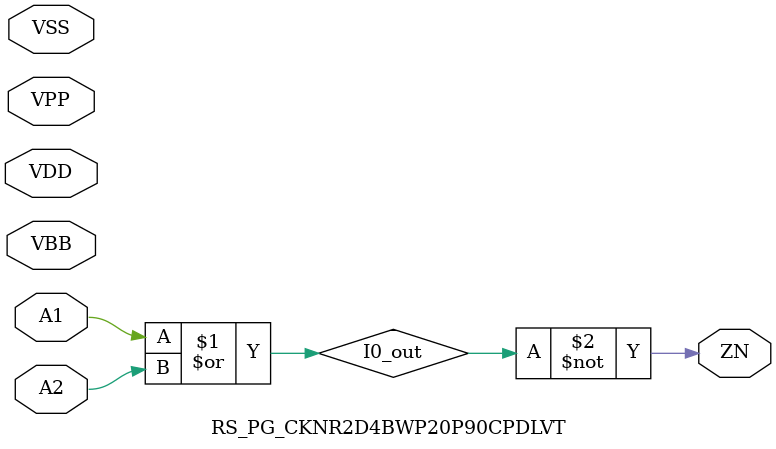
<source format=v>
`timescale 1ns / 1ps

module phase_gen_4_8( RESETB, clk, d41_d80, o_ph_clk, DGND, DVDD );
    // Port declarations
    input RESETB;
    input clk;
    input d41_d80;
    output [7:0]  o_ph_clk;
    inout DGND;
    inout DVDD;
    // Net declarations
    wire  RSTB;
    wire  d41d80i;
    wire  net1;
    wire  net2;
    wire  net3;
    wire  [0:1] net4;
    wire  net5;
    wire  [3:0] phi;
    wire  str;
supply1 DVDD_i ;
supply0 DGND_i ;
    RS_CKND4BWP20P90CPDLVT  I34( clk, net1, DVDD_i, DGND_i, DVDD_i, DGND_i );
    RS_CKND4BWP20P90CPDLVT  I35( net1, net2, DVDD_i, DGND_i, DVDD_i, DGND_i );
    RS_INVD3BWP20P90CPDLVT  I36( net5, RSTB, DVDD_i, DGND_i, DVDD_i, DGND_i );
    RS_MUX2D1BWP20P90CPDLVT  I45( phi[3], phi[1], d41d80i, net3, DVDD_i, DGND_i, DVDD_i, DGND_i );
// DFCNQD2_TSPC_LVT<= DFCNQD2BWP20P90CPDLVT
    RS_DFCNQD2BWP20P90CPDLVT  I24( str, net2, RSTB, phi[0], DVDD_i, DGND_i, DVDD_i, DGND_i );
    RS_DFCNQD2BWP20P90CPDLVT  I28( phi[1], net2, RSTB, phi[2], DVDD_i, DGND_i, DVDD_i, DGND_i );
    RS_DFCNQD2BWP20P90CPDLVT  I50( phi[0], net1, RSTB, phi[1], DVDD_i, DGND_i, DVDD_i, DGND_i );
    RS_DFCNQD2BWP20P90CPDLVT  I51( phi[2], net1, RSTB, phi[3], DVDD_i, DGND_i, DVDD_i, DGND_i );
    RS_PG_CKNR2D4BWP20P90CPDLVT  I57[3:0]( {d41d80i, d41d80i, d41d80i, d41d80i}, phi,
        o_ph_clk[7:4], {DVDD_i, DVDD_i, DVDD_i, DVDD_i}, {DGND_i, DGND_i, DGND_i, DGND_i},
        {DVDD_i, DVDD_i, DVDD_i, DVDD_i}, {DGND_i, DGND_i, DGND_i, DGND_i} );
    RS_PG_BUFFD4BWP20P90CPDLVT  I48[3:0]( phi, o_ph_clk[3:0], {DVDD_i, DVDD_i, DVDD_i, DVDD_i}
        , {DGND_i, DGND_i, DGND_i, DGND_i}, {DVDD_i, DVDD_i, DVDD_i, DVDD_i}, {DGND_i, DGND_i, DGND_i,
        DGND_i} );
    RS_BUFFD2BWP20P90CPDLVT  I58( d41_d80, d41d80i, DVDD_i, DGND_i, DVDD_i, DGND_i );
    RS_CKND1BWP20P90CPDLVT  I46( net3, str, DVDD_i, DGND_i, DVDD_i, DGND_i );
    RS_INVD2BWP20P90CPDLVT  I54[1:0]( {phi[2],phi[0]}, net4, {DVDD_i, DVDD_i}, {DGND_i,
        DGND_i}, {DVDD_i, DVDD_i}, {DGND_i, DGND_i} );
    RS_INVD1BWP20P90CPDLVT  I3( RESETB, net5, DVDD_i, DGND_i, DVDD_i, DGND_i );
endmodule //phase_gen_4_8

module RS_PG_BUFFD4BWP20P90CPDLVT (I, Z, VDD, VSS, VPP, VBB);
    inout VDD;
    inout VSS;
    inout VPP;
    inout VBB;
    input I;
    output Z;
    buf (Z, I);

specify
    specparam
    tplh0 = 0.045, // 10ps
    tphl0 = 0.045;
    (I => Z) = (tplh0,tphl0);
endspecify

endmodule

module RS_PG_CKNR2D4BWP20P90CPDLVT (A1, A2, ZN, VDD, VSS, VPP, VBB);
    inout VDD;
    inout VSS;
    inout VPP;
    inout VBB;
    input A1, A2;
    output ZN;
    or (I0_out, A1, A2);
    not (ZN, I0_out);

  specify
    specparam
    tplh0 = 0.045, // 10ps
    tphl0 = 0.045;
    (A1 => ZN) = (tplh0,tphl0);
    (A2 => ZN) = (tplh0,tphl0);
  endspecify
endmodule



</source>
